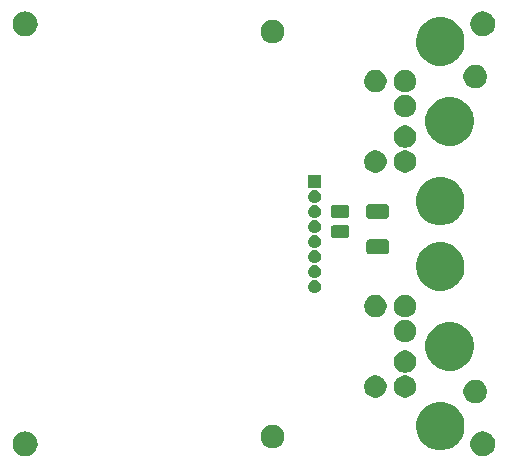
<source format=gbs>
G04 #@! TF.GenerationSoftware,KiCad,Pcbnew,(5.1.2-1)-1*
G04 #@! TF.CreationDate,2019-07-29T22:21:16-04:00*
G04 #@! TF.ProjectId,mouserial-keymouse,6d6f7573-6572-4696-916c-2d6b65796d6f,rev?*
G04 #@! TF.SameCoordinates,Original*
G04 #@! TF.FileFunction,Soldermask,Bot*
G04 #@! TF.FilePolarity,Negative*
%FSLAX46Y46*%
G04 Gerber Fmt 4.6, Leading zero omitted, Abs format (unit mm)*
G04 Created by KiCad (PCBNEW (5.1.2-1)-1) date 2019-07-29 22:21:16*
%MOMM*%
%LPD*%
G04 APERTURE LIST*
%ADD10C,0.100000*%
G04 APERTURE END LIST*
D10*
G36*
X177319248Y-101194295D02*
G01*
X177471510Y-101224582D01*
X177662742Y-101303793D01*
X177834841Y-101418786D01*
X177981214Y-101565159D01*
X178096207Y-101737258D01*
X178175418Y-101928490D01*
X178197063Y-102037307D01*
X178215800Y-102131505D01*
X178215800Y-102338495D01*
X178205704Y-102389248D01*
X178175418Y-102541510D01*
X178096207Y-102732742D01*
X177981214Y-102904841D01*
X177834841Y-103051214D01*
X177662742Y-103166207D01*
X177471510Y-103245418D01*
X177319248Y-103275704D01*
X177268495Y-103285800D01*
X177061505Y-103285800D01*
X177010752Y-103275704D01*
X176858490Y-103245418D01*
X176667258Y-103166207D01*
X176495159Y-103051214D01*
X176348786Y-102904841D01*
X176233793Y-102732742D01*
X176154582Y-102541510D01*
X176124296Y-102389248D01*
X176114200Y-102338495D01*
X176114200Y-102131505D01*
X176132937Y-102037307D01*
X176154582Y-101928490D01*
X176233793Y-101737258D01*
X176348786Y-101565159D01*
X176495159Y-101418786D01*
X176667258Y-101303793D01*
X176858490Y-101224582D01*
X177010752Y-101194296D01*
X177061505Y-101184200D01*
X177268495Y-101184200D01*
X177319248Y-101194295D01*
X177319248Y-101194295D01*
G37*
G36*
X138584248Y-101194295D02*
G01*
X138736510Y-101224582D01*
X138927742Y-101303793D01*
X139099841Y-101418786D01*
X139246214Y-101565159D01*
X139361207Y-101737258D01*
X139440418Y-101928490D01*
X139462063Y-102037307D01*
X139480800Y-102131505D01*
X139480800Y-102338495D01*
X139470704Y-102389248D01*
X139440418Y-102541510D01*
X139361207Y-102732742D01*
X139246214Y-102904841D01*
X139099841Y-103051214D01*
X138927742Y-103166207D01*
X138736510Y-103245418D01*
X138584248Y-103275704D01*
X138533495Y-103285800D01*
X138326505Y-103285800D01*
X138275752Y-103275704D01*
X138123490Y-103245418D01*
X137932258Y-103166207D01*
X137760159Y-103051214D01*
X137613786Y-102904841D01*
X137498793Y-102732742D01*
X137419582Y-102541510D01*
X137389296Y-102389248D01*
X137379200Y-102338495D01*
X137379200Y-102131505D01*
X137397937Y-102037307D01*
X137419582Y-101928490D01*
X137498793Y-101737258D01*
X137613786Y-101565159D01*
X137760159Y-101418786D01*
X137932258Y-101303793D01*
X138123490Y-101224582D01*
X138275752Y-101194296D01*
X138326505Y-101184200D01*
X138533495Y-101184200D01*
X138584248Y-101194295D01*
X138584248Y-101194295D01*
G37*
G36*
X174179196Y-98758011D02*
G01*
X174179198Y-98758012D01*
X174179199Y-98758012D01*
X174552415Y-98912603D01*
X174552418Y-98912605D01*
X174888309Y-99137040D01*
X175173960Y-99422691D01*
X175173961Y-99422693D01*
X175398397Y-99758585D01*
X175552988Y-100131801D01*
X175552989Y-100131804D01*
X175631800Y-100528014D01*
X175631800Y-100931986D01*
X175581632Y-101184200D01*
X175552988Y-101328199D01*
X175398397Y-101701415D01*
X175398395Y-101701418D01*
X175173960Y-102037309D01*
X174888309Y-102322960D01*
X174865059Y-102338495D01*
X174552415Y-102547397D01*
X174179199Y-102701988D01*
X174179198Y-102701988D01*
X174179196Y-102701989D01*
X173782986Y-102780800D01*
X173379014Y-102780800D01*
X172982804Y-102701989D01*
X172982802Y-102701988D01*
X172982801Y-102701988D01*
X172609585Y-102547397D01*
X172296941Y-102338495D01*
X172273691Y-102322960D01*
X171988040Y-102037309D01*
X171763605Y-101701418D01*
X171763603Y-101701415D01*
X171609012Y-101328199D01*
X171580369Y-101184200D01*
X171530200Y-100931986D01*
X171530200Y-100528014D01*
X171609011Y-100131804D01*
X171609012Y-100131801D01*
X171763603Y-99758585D01*
X171988039Y-99422693D01*
X171988040Y-99422691D01*
X172273691Y-99137040D01*
X172609582Y-98912605D01*
X172609585Y-98912603D01*
X172982801Y-98758012D01*
X172982802Y-98758012D01*
X172982804Y-98758011D01*
X173379014Y-98679200D01*
X173782986Y-98679200D01*
X174179196Y-98758011D01*
X174179196Y-98758011D01*
G37*
G36*
X159676692Y-100638429D02*
G01*
X159858679Y-100713811D01*
X160022458Y-100823245D01*
X160022460Y-100823247D01*
X160022463Y-100823249D01*
X160161751Y-100962537D01*
X160161753Y-100962540D01*
X160161755Y-100962542D01*
X160271189Y-101126321D01*
X160346571Y-101308308D01*
X160385000Y-101501509D01*
X160385000Y-101698491D01*
X160346571Y-101891692D01*
X160271189Y-102073679D01*
X160161755Y-102237458D01*
X160161753Y-102237460D01*
X160161751Y-102237463D01*
X160022463Y-102376751D01*
X160022460Y-102376753D01*
X160022458Y-102376755D01*
X159858679Y-102486189D01*
X159676692Y-102561571D01*
X159483491Y-102600000D01*
X159286509Y-102600000D01*
X159093308Y-102561571D01*
X158911321Y-102486189D01*
X158747542Y-102376755D01*
X158747540Y-102376753D01*
X158747537Y-102376751D01*
X158608249Y-102237463D01*
X158608247Y-102237460D01*
X158608245Y-102237458D01*
X158498811Y-102073679D01*
X158423429Y-101891692D01*
X158385000Y-101698491D01*
X158385000Y-101501509D01*
X158423429Y-101308308D01*
X158498811Y-101126321D01*
X158608245Y-100962542D01*
X158608247Y-100962540D01*
X158608249Y-100962537D01*
X158747537Y-100823249D01*
X158747540Y-100823247D01*
X158747542Y-100823245D01*
X158911321Y-100713811D01*
X159093308Y-100638429D01*
X159286509Y-100600000D01*
X159483491Y-100600000D01*
X159676692Y-100638429D01*
X159676692Y-100638429D01*
G37*
G36*
X176821692Y-96828429D02*
G01*
X177003679Y-96903811D01*
X177167458Y-97013245D01*
X177167460Y-97013247D01*
X177167463Y-97013249D01*
X177306751Y-97152537D01*
X177306753Y-97152540D01*
X177306755Y-97152542D01*
X177416189Y-97316321D01*
X177491571Y-97498308D01*
X177530000Y-97691509D01*
X177530000Y-97888491D01*
X177491571Y-98081692D01*
X177416189Y-98263679D01*
X177306755Y-98427458D01*
X177306753Y-98427460D01*
X177306751Y-98427463D01*
X177167463Y-98566751D01*
X177167460Y-98566753D01*
X177167458Y-98566755D01*
X177003679Y-98676189D01*
X176821692Y-98751571D01*
X176628491Y-98790000D01*
X176431509Y-98790000D01*
X176238308Y-98751571D01*
X176056321Y-98676189D01*
X175892542Y-98566755D01*
X175892540Y-98566753D01*
X175892537Y-98566751D01*
X175753249Y-98427463D01*
X175753247Y-98427460D01*
X175753245Y-98427458D01*
X175643811Y-98263679D01*
X175568429Y-98081692D01*
X175530000Y-97888491D01*
X175530000Y-97691509D01*
X175568429Y-97498308D01*
X175643811Y-97316321D01*
X175753245Y-97152542D01*
X175753247Y-97152540D01*
X175753249Y-97152537D01*
X175892537Y-97013249D01*
X175892540Y-97013247D01*
X175892542Y-97013245D01*
X176056321Y-96903811D01*
X176238308Y-96828429D01*
X176431509Y-96790000D01*
X176628491Y-96790000D01*
X176821692Y-96828429D01*
X176821692Y-96828429D01*
G37*
G36*
X170858338Y-96465738D02*
G01*
X170858340Y-96465739D01*
X170858341Y-96465739D01*
X171031370Y-96537410D01*
X171031373Y-96537412D01*
X171187100Y-96641465D01*
X171319535Y-96773900D01*
X171355970Y-96828429D01*
X171423590Y-96929630D01*
X171458224Y-97013245D01*
X171495262Y-97102662D01*
X171531800Y-97286354D01*
X171531800Y-97473646D01*
X171526895Y-97498308D01*
X171495261Y-97657341D01*
X171423590Y-97830370D01*
X171423588Y-97830373D01*
X171319535Y-97986100D01*
X171187100Y-98118535D01*
X171031373Y-98222588D01*
X171031370Y-98222590D01*
X170858341Y-98294261D01*
X170858340Y-98294261D01*
X170858338Y-98294262D01*
X170674646Y-98330800D01*
X170487354Y-98330800D01*
X170303662Y-98294262D01*
X170303660Y-98294261D01*
X170303659Y-98294261D01*
X170130630Y-98222590D01*
X170130627Y-98222588D01*
X169974900Y-98118535D01*
X169842465Y-97986100D01*
X169738412Y-97830373D01*
X169738410Y-97830370D01*
X169666739Y-97657341D01*
X169635106Y-97498308D01*
X169630200Y-97473646D01*
X169630200Y-97286354D01*
X169666738Y-97102662D01*
X169703776Y-97013245D01*
X169738410Y-96929630D01*
X169806030Y-96828429D01*
X169842465Y-96773900D01*
X169974900Y-96641465D01*
X170130627Y-96537412D01*
X170130630Y-96537410D01*
X170303659Y-96465739D01*
X170303660Y-96465739D01*
X170303662Y-96465738D01*
X170487354Y-96429200D01*
X170674646Y-96429200D01*
X170858338Y-96465738D01*
X170858338Y-96465738D01*
G37*
G36*
X168358338Y-96465738D02*
G01*
X168358340Y-96465739D01*
X168358341Y-96465739D01*
X168531370Y-96537410D01*
X168531373Y-96537412D01*
X168687100Y-96641465D01*
X168819535Y-96773900D01*
X168855970Y-96828429D01*
X168923590Y-96929630D01*
X168958224Y-97013245D01*
X168995262Y-97102662D01*
X169031800Y-97286354D01*
X169031800Y-97473646D01*
X169026895Y-97498308D01*
X168995261Y-97657341D01*
X168923590Y-97830370D01*
X168923588Y-97830373D01*
X168819535Y-97986100D01*
X168687100Y-98118535D01*
X168531373Y-98222588D01*
X168531370Y-98222590D01*
X168358341Y-98294261D01*
X168358340Y-98294261D01*
X168358338Y-98294262D01*
X168174646Y-98330800D01*
X167987354Y-98330800D01*
X167803662Y-98294262D01*
X167803660Y-98294261D01*
X167803659Y-98294261D01*
X167630630Y-98222590D01*
X167630627Y-98222588D01*
X167474900Y-98118535D01*
X167342465Y-97986100D01*
X167238412Y-97830373D01*
X167238410Y-97830370D01*
X167166739Y-97657341D01*
X167135106Y-97498308D01*
X167130200Y-97473646D01*
X167130200Y-97286354D01*
X167166738Y-97102662D01*
X167203776Y-97013245D01*
X167238410Y-96929630D01*
X167306030Y-96828429D01*
X167342465Y-96773900D01*
X167474900Y-96641465D01*
X167630627Y-96537412D01*
X167630630Y-96537410D01*
X167803659Y-96465739D01*
X167803660Y-96465739D01*
X167803662Y-96465738D01*
X167987354Y-96429200D01*
X168174646Y-96429200D01*
X168358338Y-96465738D01*
X168358338Y-96465738D01*
G37*
G36*
X170858338Y-94365738D02*
G01*
X170858340Y-94365739D01*
X170858341Y-94365739D01*
X171031370Y-94437410D01*
X171031373Y-94437412D01*
X171187100Y-94541465D01*
X171319535Y-94673900D01*
X171319536Y-94673902D01*
X171423590Y-94829630D01*
X171495261Y-95002659D01*
X171531800Y-95186355D01*
X171531800Y-95373645D01*
X171495261Y-95557341D01*
X171423590Y-95730370D01*
X171423588Y-95730373D01*
X171319535Y-95886100D01*
X171187100Y-96018535D01*
X171168744Y-96030800D01*
X171031370Y-96122590D01*
X170858341Y-96194261D01*
X170858340Y-96194261D01*
X170858338Y-96194262D01*
X170674646Y-96230800D01*
X170487354Y-96230800D01*
X170303662Y-96194262D01*
X170303660Y-96194261D01*
X170303659Y-96194261D01*
X170130630Y-96122590D01*
X169993256Y-96030800D01*
X169974900Y-96018535D01*
X169842465Y-95886100D01*
X169738412Y-95730373D01*
X169738410Y-95730370D01*
X169666739Y-95557341D01*
X169630200Y-95373645D01*
X169630200Y-95186355D01*
X169666739Y-95002659D01*
X169738410Y-94829630D01*
X169842464Y-94673902D01*
X169842465Y-94673900D01*
X169974900Y-94541465D01*
X170130627Y-94437412D01*
X170130630Y-94437410D01*
X170303659Y-94365739D01*
X170303660Y-94365739D01*
X170303662Y-94365738D01*
X170487354Y-94329200D01*
X170674646Y-94329200D01*
X170858338Y-94365738D01*
X170858338Y-94365738D01*
G37*
G36*
X174979196Y-92008011D02*
G01*
X174979198Y-92008012D01*
X174979199Y-92008012D01*
X175352415Y-92162603D01*
X175352418Y-92162605D01*
X175688309Y-92387040D01*
X175973960Y-92672691D01*
X175973961Y-92672693D01*
X176198397Y-93008585D01*
X176313347Y-93286100D01*
X176352989Y-93381804D01*
X176431800Y-93778014D01*
X176431800Y-94181986D01*
X176380993Y-94437412D01*
X176352988Y-94578199D01*
X176198397Y-94951415D01*
X176198395Y-94951418D01*
X175973960Y-95287309D01*
X175688309Y-95572960D01*
X175352418Y-95797395D01*
X175352415Y-95797397D01*
X174979199Y-95951988D01*
X174979198Y-95951988D01*
X174979196Y-95951989D01*
X174582986Y-96030800D01*
X174179014Y-96030800D01*
X173782804Y-95951989D01*
X173782802Y-95951988D01*
X173782801Y-95951988D01*
X173409585Y-95797397D01*
X173409582Y-95797395D01*
X173073691Y-95572960D01*
X172788040Y-95287309D01*
X172563605Y-94951418D01*
X172563603Y-94951415D01*
X172409012Y-94578199D01*
X172381008Y-94437412D01*
X172330200Y-94181986D01*
X172330200Y-93778014D01*
X172409011Y-93381804D01*
X172448653Y-93286100D01*
X172563603Y-93008585D01*
X172788039Y-92672693D01*
X172788040Y-92672691D01*
X173073691Y-92387040D01*
X173409582Y-92162605D01*
X173409585Y-92162603D01*
X173782801Y-92008012D01*
X173782802Y-92008012D01*
X173782804Y-92008011D01*
X174179014Y-91929200D01*
X174582986Y-91929200D01*
X174979196Y-92008011D01*
X174979196Y-92008011D01*
G37*
G36*
X170858338Y-91765738D02*
G01*
X170858340Y-91765739D01*
X170858341Y-91765739D01*
X171031370Y-91837410D01*
X171031373Y-91837412D01*
X171187100Y-91941465D01*
X171319535Y-92073900D01*
X171423588Y-92229627D01*
X171423590Y-92229630D01*
X171495261Y-92402659D01*
X171531800Y-92586355D01*
X171531800Y-92773645D01*
X171495261Y-92957341D01*
X171423590Y-93130370D01*
X171423588Y-93130373D01*
X171319535Y-93286100D01*
X171187100Y-93418535D01*
X171031373Y-93522588D01*
X171031370Y-93522590D01*
X170858341Y-93594261D01*
X170858340Y-93594261D01*
X170858338Y-93594262D01*
X170674646Y-93630800D01*
X170487354Y-93630800D01*
X170303662Y-93594262D01*
X170303660Y-93594261D01*
X170303659Y-93594261D01*
X170130630Y-93522590D01*
X170130627Y-93522588D01*
X169974900Y-93418535D01*
X169842465Y-93286100D01*
X169738412Y-93130373D01*
X169738410Y-93130370D01*
X169666739Y-92957341D01*
X169630200Y-92773645D01*
X169630200Y-92586355D01*
X169666739Y-92402659D01*
X169738410Y-92229630D01*
X169738412Y-92229627D01*
X169842465Y-92073900D01*
X169974900Y-91941465D01*
X170130627Y-91837412D01*
X170130630Y-91837410D01*
X170303659Y-91765739D01*
X170303660Y-91765739D01*
X170303662Y-91765738D01*
X170487354Y-91729200D01*
X170674646Y-91729200D01*
X170858338Y-91765738D01*
X170858338Y-91765738D01*
G37*
G36*
X170858338Y-89665738D02*
G01*
X170858340Y-89665739D01*
X170858341Y-89665739D01*
X171031370Y-89737410D01*
X171031373Y-89737412D01*
X171187100Y-89841465D01*
X171319535Y-89973900D01*
X171319536Y-89973902D01*
X171423590Y-90129630D01*
X171495261Y-90302659D01*
X171531800Y-90486355D01*
X171531800Y-90673645D01*
X171495261Y-90857341D01*
X171423590Y-91030370D01*
X171423588Y-91030373D01*
X171319535Y-91186100D01*
X171187100Y-91318535D01*
X171031373Y-91422588D01*
X171031370Y-91422590D01*
X170858341Y-91494261D01*
X170858340Y-91494261D01*
X170858338Y-91494262D01*
X170674646Y-91530800D01*
X170487354Y-91530800D01*
X170303662Y-91494262D01*
X170303660Y-91494261D01*
X170303659Y-91494261D01*
X170130630Y-91422590D01*
X170130627Y-91422588D01*
X169974900Y-91318535D01*
X169842465Y-91186100D01*
X169738412Y-91030373D01*
X169738410Y-91030370D01*
X169666739Y-90857341D01*
X169630200Y-90673645D01*
X169630200Y-90486355D01*
X169666739Y-90302659D01*
X169738410Y-90129630D01*
X169842464Y-89973902D01*
X169842465Y-89973900D01*
X169974900Y-89841465D01*
X170130627Y-89737412D01*
X170130630Y-89737410D01*
X170303659Y-89665739D01*
X170303660Y-89665739D01*
X170303662Y-89665738D01*
X170487354Y-89629200D01*
X170674646Y-89629200D01*
X170858338Y-89665738D01*
X170858338Y-89665738D01*
G37*
G36*
X168358338Y-89665738D02*
G01*
X168358340Y-89665739D01*
X168358341Y-89665739D01*
X168531370Y-89737410D01*
X168531373Y-89737412D01*
X168687100Y-89841465D01*
X168819535Y-89973900D01*
X168819536Y-89973902D01*
X168923590Y-90129630D01*
X168995261Y-90302659D01*
X169031800Y-90486355D01*
X169031800Y-90673645D01*
X168995261Y-90857341D01*
X168923590Y-91030370D01*
X168923588Y-91030373D01*
X168819535Y-91186100D01*
X168687100Y-91318535D01*
X168531373Y-91422588D01*
X168531370Y-91422590D01*
X168358341Y-91494261D01*
X168358340Y-91494261D01*
X168358338Y-91494262D01*
X168174646Y-91530800D01*
X167987354Y-91530800D01*
X167803662Y-91494262D01*
X167803660Y-91494261D01*
X167803659Y-91494261D01*
X167630630Y-91422590D01*
X167630627Y-91422588D01*
X167474900Y-91318535D01*
X167342465Y-91186100D01*
X167238412Y-91030373D01*
X167238410Y-91030370D01*
X167166739Y-90857341D01*
X167130200Y-90673645D01*
X167130200Y-90486355D01*
X167166739Y-90302659D01*
X167238410Y-90129630D01*
X167342464Y-89973902D01*
X167342465Y-89973900D01*
X167474900Y-89841465D01*
X167630627Y-89737412D01*
X167630630Y-89737410D01*
X167803659Y-89665739D01*
X167803660Y-89665739D01*
X167803662Y-89665738D01*
X167987354Y-89629200D01*
X168174646Y-89629200D01*
X168358338Y-89665738D01*
X168358338Y-89665738D01*
G37*
G36*
X162988287Y-88351192D02*
G01*
X163048976Y-88357170D01*
X163152802Y-88388665D01*
X163248489Y-88439811D01*
X163332359Y-88508641D01*
X163401189Y-88592511D01*
X163452335Y-88688198D01*
X163483830Y-88792024D01*
X163494465Y-88900000D01*
X163483830Y-89007976D01*
X163452335Y-89111802D01*
X163401189Y-89207489D01*
X163332359Y-89291359D01*
X163248489Y-89360189D01*
X163152802Y-89411335D01*
X163048976Y-89442830D01*
X162988287Y-89448807D01*
X162968058Y-89450800D01*
X162913942Y-89450800D01*
X162893713Y-89448807D01*
X162833024Y-89442830D01*
X162729198Y-89411335D01*
X162633511Y-89360189D01*
X162549641Y-89291359D01*
X162480811Y-89207489D01*
X162429665Y-89111802D01*
X162398170Y-89007976D01*
X162387535Y-88900000D01*
X162398170Y-88792024D01*
X162429665Y-88688198D01*
X162480811Y-88592511D01*
X162549641Y-88508641D01*
X162633511Y-88439811D01*
X162729198Y-88388665D01*
X162833024Y-88357170D01*
X162893713Y-88351192D01*
X162913942Y-88349200D01*
X162968058Y-88349200D01*
X162988287Y-88351192D01*
X162988287Y-88351192D01*
G37*
G36*
X174179196Y-85258011D02*
G01*
X174179198Y-85258012D01*
X174179199Y-85258012D01*
X174552415Y-85412603D01*
X174552418Y-85412605D01*
X174888309Y-85637040D01*
X175173960Y-85922691D01*
X175344661Y-86178163D01*
X175398397Y-86258585D01*
X175528136Y-86571804D01*
X175552989Y-86631804D01*
X175631800Y-87028014D01*
X175631800Y-87431986D01*
X175592413Y-87630000D01*
X175552988Y-87828199D01*
X175398397Y-88201415D01*
X175398395Y-88201418D01*
X175173960Y-88537309D01*
X174888309Y-88822960D01*
X174773010Y-88900000D01*
X174552415Y-89047397D01*
X174179199Y-89201988D01*
X174179198Y-89201988D01*
X174179196Y-89201989D01*
X173782986Y-89280800D01*
X173379014Y-89280800D01*
X172982804Y-89201989D01*
X172982802Y-89201988D01*
X172982801Y-89201988D01*
X172609585Y-89047397D01*
X172388990Y-88900000D01*
X172273691Y-88822960D01*
X171988040Y-88537309D01*
X171763605Y-88201418D01*
X171763603Y-88201415D01*
X171609012Y-87828199D01*
X171569588Y-87630000D01*
X171530200Y-87431986D01*
X171530200Y-87028014D01*
X171609011Y-86631804D01*
X171633864Y-86571804D01*
X171763603Y-86258585D01*
X171817339Y-86178163D01*
X171988040Y-85922691D01*
X172273691Y-85637040D01*
X172609582Y-85412605D01*
X172609585Y-85412603D01*
X172982801Y-85258012D01*
X172982802Y-85258012D01*
X172982804Y-85258011D01*
X173379014Y-85179200D01*
X173782986Y-85179200D01*
X174179196Y-85258011D01*
X174179196Y-85258011D01*
G37*
G36*
X162988287Y-87081192D02*
G01*
X163048976Y-87087170D01*
X163152802Y-87118665D01*
X163248489Y-87169811D01*
X163332359Y-87238641D01*
X163401189Y-87322511D01*
X163452335Y-87418198D01*
X163483830Y-87522024D01*
X163494465Y-87630000D01*
X163483830Y-87737976D01*
X163452335Y-87841802D01*
X163401189Y-87937489D01*
X163332359Y-88021359D01*
X163248489Y-88090189D01*
X163152802Y-88141335D01*
X163048976Y-88172830D01*
X162988287Y-88178808D01*
X162968058Y-88180800D01*
X162913942Y-88180800D01*
X162893713Y-88178808D01*
X162833024Y-88172830D01*
X162729198Y-88141335D01*
X162633511Y-88090189D01*
X162549641Y-88021359D01*
X162480811Y-87937489D01*
X162429665Y-87841802D01*
X162398170Y-87737976D01*
X162387535Y-87630000D01*
X162398170Y-87522024D01*
X162429665Y-87418198D01*
X162480811Y-87322511D01*
X162549641Y-87238641D01*
X162633511Y-87169811D01*
X162729198Y-87118665D01*
X162833024Y-87087170D01*
X162893713Y-87081192D01*
X162913942Y-87079200D01*
X162968058Y-87079200D01*
X162988287Y-87081192D01*
X162988287Y-87081192D01*
G37*
G36*
X162988287Y-85811193D02*
G01*
X163048976Y-85817170D01*
X163152802Y-85848665D01*
X163248489Y-85899811D01*
X163332359Y-85968641D01*
X163401189Y-86052511D01*
X163452335Y-86148198D01*
X163483830Y-86252024D01*
X163494465Y-86360000D01*
X163483830Y-86467976D01*
X163452335Y-86571802D01*
X163401189Y-86667489D01*
X163332359Y-86751359D01*
X163248489Y-86820189D01*
X163152802Y-86871335D01*
X163048976Y-86902830D01*
X162988287Y-86908808D01*
X162968058Y-86910800D01*
X162913942Y-86910800D01*
X162893713Y-86908808D01*
X162833024Y-86902830D01*
X162729198Y-86871335D01*
X162633511Y-86820189D01*
X162549641Y-86751359D01*
X162480811Y-86667489D01*
X162429665Y-86571802D01*
X162398170Y-86467976D01*
X162387535Y-86360000D01*
X162398170Y-86252024D01*
X162429665Y-86148198D01*
X162480811Y-86052511D01*
X162549641Y-85968641D01*
X162633511Y-85899811D01*
X162729198Y-85848665D01*
X162833024Y-85817170D01*
X162893713Y-85811193D01*
X162913942Y-85809200D01*
X162968058Y-85809200D01*
X162988287Y-85811193D01*
X162988287Y-85811193D01*
G37*
G36*
X168989377Y-84905144D02*
G01*
X169044409Y-84921837D01*
X169095120Y-84948943D01*
X169139574Y-84985426D01*
X169176057Y-85029880D01*
X169203163Y-85080591D01*
X169219856Y-85135623D01*
X169225800Y-85195967D01*
X169225800Y-85904033D01*
X169219856Y-85964377D01*
X169203163Y-86019409D01*
X169176057Y-86070120D01*
X169139574Y-86114574D01*
X169095120Y-86151057D01*
X169044409Y-86178163D01*
X168989377Y-86194856D01*
X168929033Y-86200800D01*
X167620967Y-86200800D01*
X167560623Y-86194856D01*
X167505591Y-86178163D01*
X167454880Y-86151057D01*
X167410426Y-86114574D01*
X167373943Y-86070120D01*
X167346837Y-86019409D01*
X167330144Y-85964377D01*
X167324200Y-85904033D01*
X167324200Y-85195967D01*
X167330144Y-85135623D01*
X167346837Y-85080591D01*
X167373943Y-85029880D01*
X167410426Y-84985426D01*
X167454880Y-84948943D01*
X167505591Y-84921837D01*
X167560623Y-84905144D01*
X167620967Y-84899200D01*
X168929033Y-84899200D01*
X168989377Y-84905144D01*
X168989377Y-84905144D01*
G37*
G36*
X162988287Y-84541193D02*
G01*
X163048976Y-84547170D01*
X163152802Y-84578665D01*
X163248489Y-84629811D01*
X163332359Y-84698641D01*
X163401189Y-84782511D01*
X163452335Y-84878198D01*
X163483830Y-84982024D01*
X163494465Y-85090000D01*
X163483830Y-85197976D01*
X163452335Y-85301802D01*
X163401189Y-85397489D01*
X163332359Y-85481359D01*
X163248489Y-85550189D01*
X163152802Y-85601335D01*
X163048976Y-85632830D01*
X162988287Y-85638808D01*
X162968058Y-85640800D01*
X162913942Y-85640800D01*
X162893713Y-85638808D01*
X162833024Y-85632830D01*
X162729198Y-85601335D01*
X162633511Y-85550189D01*
X162549641Y-85481359D01*
X162480811Y-85397489D01*
X162429665Y-85301802D01*
X162398170Y-85197976D01*
X162387535Y-85090000D01*
X162398170Y-84982024D01*
X162429665Y-84878198D01*
X162480811Y-84782511D01*
X162549641Y-84698641D01*
X162633511Y-84629811D01*
X162729198Y-84578665D01*
X162833024Y-84547170D01*
X162893713Y-84541193D01*
X162913942Y-84539200D01*
X162968058Y-84539200D01*
X162988287Y-84541193D01*
X162988287Y-84541193D01*
G37*
G36*
X165644559Y-83679423D02*
G01*
X165692559Y-83693983D01*
X165736786Y-83717624D01*
X165775558Y-83749442D01*
X165807376Y-83788214D01*
X165831017Y-83832441D01*
X165845577Y-83880441D01*
X165850800Y-83933467D01*
X165850800Y-84566533D01*
X165845577Y-84619559D01*
X165831017Y-84667559D01*
X165807376Y-84711786D01*
X165775558Y-84750558D01*
X165736786Y-84782376D01*
X165692559Y-84806017D01*
X165644559Y-84820577D01*
X165591533Y-84825800D01*
X164608467Y-84825800D01*
X164555441Y-84820577D01*
X164507441Y-84806017D01*
X164463214Y-84782376D01*
X164424442Y-84750558D01*
X164392624Y-84711786D01*
X164368983Y-84667559D01*
X164354423Y-84619559D01*
X164349200Y-84566533D01*
X164349200Y-83933467D01*
X164354423Y-83880441D01*
X164368983Y-83832441D01*
X164392624Y-83788214D01*
X164424442Y-83749442D01*
X164463214Y-83717624D01*
X164507441Y-83693983D01*
X164555441Y-83679423D01*
X164608467Y-83674200D01*
X165591533Y-83674200D01*
X165644559Y-83679423D01*
X165644559Y-83679423D01*
G37*
G36*
X162988287Y-83271192D02*
G01*
X163048976Y-83277170D01*
X163152802Y-83308665D01*
X163248489Y-83359811D01*
X163332359Y-83428641D01*
X163401189Y-83512511D01*
X163452335Y-83608198D01*
X163483830Y-83712024D01*
X163494465Y-83820000D01*
X163483830Y-83927976D01*
X163452335Y-84031802D01*
X163401189Y-84127489D01*
X163332359Y-84211359D01*
X163248489Y-84280189D01*
X163152802Y-84331335D01*
X163048976Y-84362830D01*
X162988287Y-84368807D01*
X162968058Y-84370800D01*
X162913942Y-84370800D01*
X162893713Y-84368807D01*
X162833024Y-84362830D01*
X162729198Y-84331335D01*
X162633511Y-84280189D01*
X162549641Y-84211359D01*
X162480811Y-84127489D01*
X162429665Y-84031802D01*
X162398170Y-83927976D01*
X162387535Y-83820000D01*
X162398170Y-83712024D01*
X162429665Y-83608198D01*
X162480811Y-83512511D01*
X162549641Y-83428641D01*
X162633511Y-83359811D01*
X162729198Y-83308665D01*
X162833024Y-83277170D01*
X162893713Y-83271192D01*
X162913942Y-83269200D01*
X162968058Y-83269200D01*
X162988287Y-83271192D01*
X162988287Y-83271192D01*
G37*
G36*
X174179196Y-79708011D02*
G01*
X174179198Y-79708012D01*
X174179199Y-79708012D01*
X174552415Y-79862603D01*
X174552418Y-79862605D01*
X174888309Y-80087040D01*
X175173960Y-80372691D01*
X175173961Y-80372693D01*
X175398397Y-80708585D01*
X175547353Y-81068198D01*
X175552989Y-81081804D01*
X175631800Y-81478014D01*
X175631800Y-81881986D01*
X175556191Y-82262100D01*
X175552988Y-82278199D01*
X175398397Y-82651415D01*
X175398395Y-82651418D01*
X175173960Y-82987309D01*
X174888309Y-83272960D01*
X174758327Y-83359811D01*
X174552415Y-83497397D01*
X174179199Y-83651988D01*
X174179198Y-83651988D01*
X174179196Y-83651989D01*
X173782986Y-83730800D01*
X173379014Y-83730800D01*
X172982804Y-83651989D01*
X172982802Y-83651988D01*
X172982801Y-83651988D01*
X172609585Y-83497397D01*
X172403673Y-83359811D01*
X172273691Y-83272960D01*
X171988040Y-82987309D01*
X171763605Y-82651418D01*
X171763603Y-82651415D01*
X171609012Y-82278199D01*
X171605810Y-82262100D01*
X171530200Y-81881986D01*
X171530200Y-81478014D01*
X171609011Y-81081804D01*
X171614647Y-81068198D01*
X171763603Y-80708585D01*
X171988039Y-80372693D01*
X171988040Y-80372691D01*
X172273691Y-80087040D01*
X172609582Y-79862605D01*
X172609585Y-79862603D01*
X172982801Y-79708012D01*
X172982802Y-79708012D01*
X172982804Y-79708011D01*
X173379014Y-79629200D01*
X173782986Y-79629200D01*
X174179196Y-79708011D01*
X174179196Y-79708011D01*
G37*
G36*
X168989377Y-81905144D02*
G01*
X169044409Y-81921837D01*
X169095120Y-81948943D01*
X169139574Y-81985426D01*
X169176057Y-82029880D01*
X169203163Y-82080591D01*
X169219856Y-82135623D01*
X169225800Y-82195967D01*
X169225800Y-82904033D01*
X169219856Y-82964377D01*
X169203163Y-83019409D01*
X169176057Y-83070120D01*
X169139574Y-83114574D01*
X169095120Y-83151057D01*
X169044409Y-83178163D01*
X168989377Y-83194856D01*
X168929033Y-83200800D01*
X167620967Y-83200800D01*
X167560623Y-83194856D01*
X167505591Y-83178163D01*
X167454880Y-83151057D01*
X167410426Y-83114574D01*
X167373943Y-83070120D01*
X167346837Y-83019409D01*
X167330144Y-82964377D01*
X167324200Y-82904033D01*
X167324200Y-82195967D01*
X167330144Y-82135623D01*
X167346837Y-82080591D01*
X167373943Y-82029880D01*
X167410426Y-81985426D01*
X167454880Y-81948943D01*
X167505591Y-81921837D01*
X167560623Y-81905144D01*
X167620967Y-81899200D01*
X168929033Y-81899200D01*
X168989377Y-81905144D01*
X168989377Y-81905144D01*
G37*
G36*
X165644559Y-81979423D02*
G01*
X165692559Y-81993983D01*
X165736786Y-82017624D01*
X165775558Y-82049442D01*
X165807376Y-82088214D01*
X165831017Y-82132441D01*
X165845577Y-82180441D01*
X165850800Y-82233467D01*
X165850800Y-82866533D01*
X165845577Y-82919559D01*
X165831017Y-82967559D01*
X165807376Y-83011786D01*
X165775558Y-83050558D01*
X165736786Y-83082376D01*
X165692559Y-83106017D01*
X165644559Y-83120577D01*
X165591533Y-83125800D01*
X164608467Y-83125800D01*
X164555441Y-83120577D01*
X164507441Y-83106017D01*
X164463214Y-83082376D01*
X164424442Y-83050558D01*
X164392624Y-83011786D01*
X164368983Y-82967559D01*
X164354423Y-82919559D01*
X164349200Y-82866533D01*
X164349200Y-82233467D01*
X164354423Y-82180441D01*
X164368983Y-82132441D01*
X164392624Y-82088214D01*
X164424442Y-82049442D01*
X164463214Y-82017624D01*
X164507441Y-81993983D01*
X164555441Y-81979423D01*
X164608467Y-81974200D01*
X165591533Y-81974200D01*
X165644559Y-81979423D01*
X165644559Y-81979423D01*
G37*
G36*
X162988287Y-82001192D02*
G01*
X163048976Y-82007170D01*
X163152802Y-82038665D01*
X163248489Y-82089811D01*
X163332359Y-82158641D01*
X163401189Y-82242511D01*
X163452335Y-82338198D01*
X163483830Y-82442024D01*
X163494465Y-82550000D01*
X163483830Y-82657976D01*
X163452335Y-82761802D01*
X163401189Y-82857489D01*
X163332359Y-82941359D01*
X163248489Y-83010189D01*
X163152802Y-83061335D01*
X163048976Y-83092830D01*
X162988287Y-83098807D01*
X162968058Y-83100800D01*
X162913942Y-83100800D01*
X162893713Y-83098807D01*
X162833024Y-83092830D01*
X162729198Y-83061335D01*
X162633511Y-83010189D01*
X162549641Y-82941359D01*
X162480811Y-82857489D01*
X162429665Y-82761802D01*
X162398170Y-82657976D01*
X162387535Y-82550000D01*
X162398170Y-82442024D01*
X162429665Y-82338198D01*
X162480811Y-82242511D01*
X162549641Y-82158641D01*
X162633511Y-82089811D01*
X162729198Y-82038665D01*
X162833024Y-82007170D01*
X162893713Y-82001192D01*
X162913942Y-81999200D01*
X162968058Y-81999200D01*
X162988287Y-82001192D01*
X162988287Y-82001192D01*
G37*
G36*
X162988287Y-80731193D02*
G01*
X163048976Y-80737170D01*
X163152802Y-80768665D01*
X163248489Y-80819811D01*
X163332359Y-80888641D01*
X163401189Y-80972511D01*
X163452335Y-81068198D01*
X163483830Y-81172024D01*
X163494465Y-81280000D01*
X163483830Y-81387976D01*
X163452335Y-81491802D01*
X163401189Y-81587489D01*
X163332359Y-81671359D01*
X163248489Y-81740189D01*
X163152802Y-81791335D01*
X163048976Y-81822830D01*
X162988287Y-81828808D01*
X162968058Y-81830800D01*
X162913942Y-81830800D01*
X162893713Y-81828808D01*
X162833024Y-81822830D01*
X162729198Y-81791335D01*
X162633511Y-81740189D01*
X162549641Y-81671359D01*
X162480811Y-81587489D01*
X162429665Y-81491802D01*
X162398170Y-81387976D01*
X162387535Y-81280000D01*
X162398170Y-81172024D01*
X162429665Y-81068198D01*
X162480811Y-80972511D01*
X162549641Y-80888641D01*
X162633511Y-80819811D01*
X162729198Y-80768665D01*
X162833024Y-80737170D01*
X162893713Y-80731193D01*
X162913942Y-80729200D01*
X162968058Y-80729200D01*
X162988287Y-80731193D01*
X162988287Y-80731193D01*
G37*
G36*
X163491800Y-80560800D02*
G01*
X162390200Y-80560800D01*
X162390200Y-79459200D01*
X163491800Y-79459200D01*
X163491800Y-80560800D01*
X163491800Y-80560800D01*
G37*
G36*
X168358338Y-77415738D02*
G01*
X168358340Y-77415739D01*
X168358341Y-77415739D01*
X168531370Y-77487410D01*
X168531373Y-77487412D01*
X168687100Y-77591465D01*
X168819535Y-77723900D01*
X168819536Y-77723902D01*
X168923590Y-77879630D01*
X168995261Y-78052659D01*
X169031800Y-78236355D01*
X169031800Y-78423645D01*
X168995261Y-78607341D01*
X168923590Y-78780370D01*
X168923588Y-78780373D01*
X168819535Y-78936100D01*
X168687100Y-79068535D01*
X168531373Y-79172588D01*
X168531370Y-79172590D01*
X168358341Y-79244261D01*
X168358340Y-79244261D01*
X168358338Y-79244262D01*
X168174646Y-79280800D01*
X167987354Y-79280800D01*
X167803662Y-79244262D01*
X167803660Y-79244261D01*
X167803659Y-79244261D01*
X167630630Y-79172590D01*
X167630627Y-79172588D01*
X167474900Y-79068535D01*
X167342465Y-78936100D01*
X167238412Y-78780373D01*
X167238410Y-78780370D01*
X167166739Y-78607341D01*
X167130200Y-78423645D01*
X167130200Y-78236355D01*
X167166739Y-78052659D01*
X167238410Y-77879630D01*
X167342464Y-77723902D01*
X167342465Y-77723900D01*
X167474900Y-77591465D01*
X167630627Y-77487412D01*
X167630630Y-77487410D01*
X167803659Y-77415739D01*
X167803660Y-77415739D01*
X167803662Y-77415738D01*
X167987354Y-77379200D01*
X168174646Y-77379200D01*
X168358338Y-77415738D01*
X168358338Y-77415738D01*
G37*
G36*
X170858338Y-77415738D02*
G01*
X170858340Y-77415739D01*
X170858341Y-77415739D01*
X171031370Y-77487410D01*
X171031373Y-77487412D01*
X171187100Y-77591465D01*
X171319535Y-77723900D01*
X171319536Y-77723902D01*
X171423590Y-77879630D01*
X171495261Y-78052659D01*
X171531800Y-78236355D01*
X171531800Y-78423645D01*
X171495261Y-78607341D01*
X171423590Y-78780370D01*
X171423588Y-78780373D01*
X171319535Y-78936100D01*
X171187100Y-79068535D01*
X171031373Y-79172588D01*
X171031370Y-79172590D01*
X170858341Y-79244261D01*
X170858340Y-79244261D01*
X170858338Y-79244262D01*
X170674646Y-79280800D01*
X170487354Y-79280800D01*
X170303662Y-79244262D01*
X170303660Y-79244261D01*
X170303659Y-79244261D01*
X170130630Y-79172590D01*
X170130627Y-79172588D01*
X169974900Y-79068535D01*
X169842465Y-78936100D01*
X169738412Y-78780373D01*
X169738410Y-78780370D01*
X169666739Y-78607341D01*
X169630200Y-78423645D01*
X169630200Y-78236355D01*
X169666739Y-78052659D01*
X169738410Y-77879630D01*
X169842464Y-77723902D01*
X169842465Y-77723900D01*
X169974900Y-77591465D01*
X170130627Y-77487412D01*
X170130630Y-77487410D01*
X170303659Y-77415739D01*
X170303660Y-77415739D01*
X170303662Y-77415738D01*
X170487354Y-77379200D01*
X170674646Y-77379200D01*
X170858338Y-77415738D01*
X170858338Y-77415738D01*
G37*
G36*
X170858338Y-75315738D02*
G01*
X170858340Y-75315739D01*
X170858341Y-75315739D01*
X171031370Y-75387410D01*
X171031373Y-75387412D01*
X171187100Y-75491465D01*
X171319535Y-75623900D01*
X171319536Y-75623902D01*
X171423590Y-75779630D01*
X171495261Y-75952659D01*
X171531800Y-76136355D01*
X171531800Y-76323645D01*
X171495261Y-76507341D01*
X171423590Y-76680370D01*
X171423588Y-76680373D01*
X171319535Y-76836100D01*
X171187100Y-76968535D01*
X171168744Y-76980800D01*
X171031370Y-77072590D01*
X170858341Y-77144261D01*
X170858340Y-77144261D01*
X170858338Y-77144262D01*
X170674646Y-77180800D01*
X170487354Y-77180800D01*
X170303662Y-77144262D01*
X170303660Y-77144261D01*
X170303659Y-77144261D01*
X170130630Y-77072590D01*
X169993256Y-76980800D01*
X169974900Y-76968535D01*
X169842465Y-76836100D01*
X169738412Y-76680373D01*
X169738410Y-76680370D01*
X169666739Y-76507341D01*
X169630200Y-76323645D01*
X169630200Y-76136355D01*
X169666739Y-75952659D01*
X169738410Y-75779630D01*
X169842464Y-75623902D01*
X169842465Y-75623900D01*
X169974900Y-75491465D01*
X170130627Y-75387412D01*
X170130630Y-75387410D01*
X170303659Y-75315739D01*
X170303660Y-75315739D01*
X170303662Y-75315738D01*
X170487354Y-75279200D01*
X170674646Y-75279200D01*
X170858338Y-75315738D01*
X170858338Y-75315738D01*
G37*
G36*
X174979196Y-72958011D02*
G01*
X174979198Y-72958012D01*
X174979199Y-72958012D01*
X175352415Y-73112603D01*
X175352418Y-73112605D01*
X175688309Y-73337040D01*
X175973960Y-73622691D01*
X175973961Y-73622693D01*
X176198397Y-73958585D01*
X176313347Y-74236100D01*
X176352989Y-74331804D01*
X176431800Y-74728014D01*
X176431800Y-75131986D01*
X176380993Y-75387412D01*
X176352988Y-75528199D01*
X176198397Y-75901415D01*
X176198395Y-75901418D01*
X175973960Y-76237309D01*
X175688309Y-76522960D01*
X175352418Y-76747395D01*
X175352415Y-76747397D01*
X174979199Y-76901988D01*
X174979198Y-76901988D01*
X174979196Y-76901989D01*
X174582986Y-76980800D01*
X174179014Y-76980800D01*
X173782804Y-76901989D01*
X173782802Y-76901988D01*
X173782801Y-76901988D01*
X173409585Y-76747397D01*
X173409582Y-76747395D01*
X173073691Y-76522960D01*
X172788040Y-76237309D01*
X172563605Y-75901418D01*
X172563603Y-75901415D01*
X172409012Y-75528199D01*
X172381008Y-75387412D01*
X172330200Y-75131986D01*
X172330200Y-74728014D01*
X172409011Y-74331804D01*
X172448653Y-74236100D01*
X172563603Y-73958585D01*
X172788039Y-73622693D01*
X172788040Y-73622691D01*
X173073691Y-73337040D01*
X173409582Y-73112605D01*
X173409585Y-73112603D01*
X173782801Y-72958012D01*
X173782802Y-72958012D01*
X173782804Y-72958011D01*
X174179014Y-72879200D01*
X174582986Y-72879200D01*
X174979196Y-72958011D01*
X174979196Y-72958011D01*
G37*
G36*
X170858338Y-72715738D02*
G01*
X170858340Y-72715739D01*
X170858341Y-72715739D01*
X171031370Y-72787410D01*
X171031373Y-72787412D01*
X171187100Y-72891465D01*
X171319535Y-73023900D01*
X171423588Y-73179627D01*
X171423590Y-73179630D01*
X171495261Y-73352659D01*
X171531800Y-73536355D01*
X171531800Y-73723645D01*
X171495261Y-73907341D01*
X171423590Y-74080370D01*
X171423588Y-74080373D01*
X171319535Y-74236100D01*
X171187100Y-74368535D01*
X171031373Y-74472588D01*
X171031370Y-74472590D01*
X170858341Y-74544261D01*
X170858340Y-74544261D01*
X170858338Y-74544262D01*
X170674646Y-74580800D01*
X170487354Y-74580800D01*
X170303662Y-74544262D01*
X170303660Y-74544261D01*
X170303659Y-74544261D01*
X170130630Y-74472590D01*
X170130627Y-74472588D01*
X169974900Y-74368535D01*
X169842465Y-74236100D01*
X169738412Y-74080373D01*
X169738410Y-74080370D01*
X169666739Y-73907341D01*
X169630200Y-73723645D01*
X169630200Y-73536355D01*
X169666739Y-73352659D01*
X169738410Y-73179630D01*
X169738412Y-73179627D01*
X169842465Y-73023900D01*
X169974900Y-72891465D01*
X170130627Y-72787412D01*
X170130630Y-72787410D01*
X170303659Y-72715739D01*
X170303660Y-72715739D01*
X170303662Y-72715738D01*
X170487354Y-72679200D01*
X170674646Y-72679200D01*
X170858338Y-72715738D01*
X170858338Y-72715738D01*
G37*
G36*
X168358338Y-70615738D02*
G01*
X168358340Y-70615739D01*
X168358341Y-70615739D01*
X168531370Y-70687410D01*
X168531373Y-70687412D01*
X168687100Y-70791465D01*
X168819535Y-70923900D01*
X168819536Y-70923902D01*
X168923590Y-71079630D01*
X168981108Y-71218491D01*
X168995262Y-71252662D01*
X169031800Y-71436354D01*
X169031800Y-71623646D01*
X169005183Y-71757463D01*
X168995261Y-71807341D01*
X168923590Y-71980370D01*
X168923588Y-71980373D01*
X168819535Y-72136100D01*
X168687100Y-72268535D01*
X168531373Y-72372588D01*
X168531370Y-72372590D01*
X168358341Y-72444261D01*
X168358340Y-72444261D01*
X168358338Y-72444262D01*
X168174646Y-72480800D01*
X167987354Y-72480800D01*
X167803662Y-72444262D01*
X167803660Y-72444261D01*
X167803659Y-72444261D01*
X167630630Y-72372590D01*
X167630627Y-72372588D01*
X167474900Y-72268535D01*
X167342465Y-72136100D01*
X167238412Y-71980373D01*
X167238410Y-71980370D01*
X167166739Y-71807341D01*
X167156818Y-71757463D01*
X167130200Y-71623646D01*
X167130200Y-71436354D01*
X167166738Y-71252662D01*
X167180892Y-71218491D01*
X167238410Y-71079630D01*
X167342464Y-70923902D01*
X167342465Y-70923900D01*
X167474900Y-70791465D01*
X167630627Y-70687412D01*
X167630630Y-70687410D01*
X167803659Y-70615739D01*
X167803660Y-70615739D01*
X167803662Y-70615738D01*
X167987354Y-70579200D01*
X168174646Y-70579200D01*
X168358338Y-70615738D01*
X168358338Y-70615738D01*
G37*
G36*
X170858338Y-70615738D02*
G01*
X170858340Y-70615739D01*
X170858341Y-70615739D01*
X171031370Y-70687410D01*
X171031373Y-70687412D01*
X171187100Y-70791465D01*
X171319535Y-70923900D01*
X171319536Y-70923902D01*
X171423590Y-71079630D01*
X171481108Y-71218491D01*
X171495262Y-71252662D01*
X171531800Y-71436354D01*
X171531800Y-71623646D01*
X171505183Y-71757463D01*
X171495261Y-71807341D01*
X171423590Y-71980370D01*
X171423588Y-71980373D01*
X171319535Y-72136100D01*
X171187100Y-72268535D01*
X171031373Y-72372588D01*
X171031370Y-72372590D01*
X170858341Y-72444261D01*
X170858340Y-72444261D01*
X170858338Y-72444262D01*
X170674646Y-72480800D01*
X170487354Y-72480800D01*
X170303662Y-72444262D01*
X170303660Y-72444261D01*
X170303659Y-72444261D01*
X170130630Y-72372590D01*
X170130627Y-72372588D01*
X169974900Y-72268535D01*
X169842465Y-72136100D01*
X169738412Y-71980373D01*
X169738410Y-71980370D01*
X169666739Y-71807341D01*
X169656818Y-71757463D01*
X169630200Y-71623646D01*
X169630200Y-71436354D01*
X169666738Y-71252662D01*
X169680892Y-71218491D01*
X169738410Y-71079630D01*
X169842464Y-70923902D01*
X169842465Y-70923900D01*
X169974900Y-70791465D01*
X170130627Y-70687412D01*
X170130630Y-70687410D01*
X170303659Y-70615739D01*
X170303660Y-70615739D01*
X170303662Y-70615738D01*
X170487354Y-70579200D01*
X170674646Y-70579200D01*
X170858338Y-70615738D01*
X170858338Y-70615738D01*
G37*
G36*
X176821692Y-70158429D02*
G01*
X177003679Y-70233811D01*
X177167458Y-70343245D01*
X177167460Y-70343247D01*
X177167463Y-70343249D01*
X177306751Y-70482537D01*
X177306753Y-70482540D01*
X177306755Y-70482542D01*
X177416189Y-70646321D01*
X177491571Y-70828308D01*
X177530000Y-71021509D01*
X177530000Y-71218491D01*
X177491571Y-71411692D01*
X177416189Y-71593679D01*
X177306755Y-71757458D01*
X177306753Y-71757460D01*
X177306751Y-71757463D01*
X177167463Y-71896751D01*
X177167460Y-71896753D01*
X177167458Y-71896755D01*
X177003679Y-72006189D01*
X176821692Y-72081571D01*
X176628491Y-72120000D01*
X176431509Y-72120000D01*
X176238308Y-72081571D01*
X176056321Y-72006189D01*
X175892542Y-71896755D01*
X175892540Y-71896753D01*
X175892537Y-71896751D01*
X175753249Y-71757463D01*
X175753247Y-71757460D01*
X175753245Y-71757458D01*
X175643811Y-71593679D01*
X175568429Y-71411692D01*
X175530000Y-71218491D01*
X175530000Y-71021509D01*
X175568429Y-70828308D01*
X175643811Y-70646321D01*
X175753245Y-70482542D01*
X175753247Y-70482540D01*
X175753249Y-70482537D01*
X175892537Y-70343249D01*
X175892540Y-70343247D01*
X175892542Y-70343245D01*
X176056321Y-70233811D01*
X176238308Y-70158429D01*
X176431509Y-70120000D01*
X176628491Y-70120000D01*
X176821692Y-70158429D01*
X176821692Y-70158429D01*
G37*
G36*
X174179196Y-66208011D02*
G01*
X174179198Y-66208012D01*
X174179199Y-66208012D01*
X174552415Y-66362603D01*
X174552418Y-66362605D01*
X174888309Y-66587040D01*
X175173960Y-66872691D01*
X175173961Y-66872693D01*
X175398397Y-67208585D01*
X175552988Y-67581801D01*
X175552989Y-67581804D01*
X175593144Y-67783678D01*
X175631800Y-67978015D01*
X175631800Y-68381985D01*
X175552988Y-68778199D01*
X175398397Y-69151415D01*
X175398395Y-69151418D01*
X175173960Y-69487309D01*
X174888309Y-69772960D01*
X174552418Y-69997395D01*
X174552415Y-69997397D01*
X174179199Y-70151988D01*
X174179198Y-70151988D01*
X174179196Y-70151989D01*
X173782986Y-70230800D01*
X173379014Y-70230800D01*
X172982804Y-70151989D01*
X172982802Y-70151988D01*
X172982801Y-70151988D01*
X172609585Y-69997397D01*
X172609582Y-69997395D01*
X172273691Y-69772960D01*
X171988040Y-69487309D01*
X171763605Y-69151418D01*
X171763603Y-69151415D01*
X171609012Y-68778199D01*
X171530200Y-68381985D01*
X171530200Y-67978015D01*
X171568856Y-67783678D01*
X171609011Y-67581804D01*
X171609012Y-67581801D01*
X171763603Y-67208585D01*
X171988039Y-66872693D01*
X171988040Y-66872691D01*
X172273691Y-66587040D01*
X172609582Y-66362605D01*
X172609585Y-66362603D01*
X172982801Y-66208012D01*
X172982802Y-66208012D01*
X172982804Y-66208011D01*
X173379014Y-66129200D01*
X173782986Y-66129200D01*
X174179196Y-66208011D01*
X174179196Y-66208011D01*
G37*
G36*
X159676692Y-66348429D02*
G01*
X159858679Y-66423811D01*
X160022458Y-66533245D01*
X160022460Y-66533247D01*
X160022463Y-66533249D01*
X160161751Y-66672537D01*
X160161753Y-66672540D01*
X160161755Y-66672542D01*
X160271189Y-66836321D01*
X160346571Y-67018308D01*
X160385000Y-67211509D01*
X160385000Y-67408491D01*
X160346571Y-67601692D01*
X160271189Y-67783679D01*
X160161755Y-67947458D01*
X160161753Y-67947460D01*
X160161751Y-67947463D01*
X160022463Y-68086751D01*
X160022460Y-68086753D01*
X160022458Y-68086755D01*
X159858679Y-68196189D01*
X159676692Y-68271571D01*
X159483491Y-68310000D01*
X159286509Y-68310000D01*
X159093308Y-68271571D01*
X158911321Y-68196189D01*
X158747542Y-68086755D01*
X158747540Y-68086753D01*
X158747537Y-68086751D01*
X158608249Y-67947463D01*
X158608247Y-67947460D01*
X158608245Y-67947458D01*
X158498811Y-67783679D01*
X158423429Y-67601692D01*
X158385000Y-67408491D01*
X158385000Y-67211509D01*
X158423429Y-67018308D01*
X158498811Y-66836321D01*
X158608245Y-66672542D01*
X158608247Y-66672540D01*
X158608249Y-66672537D01*
X158747537Y-66533249D01*
X158747540Y-66533247D01*
X158747542Y-66533245D01*
X158911321Y-66423811D01*
X159093308Y-66348429D01*
X159286509Y-66310000D01*
X159483491Y-66310000D01*
X159676692Y-66348429D01*
X159676692Y-66348429D01*
G37*
G36*
X138584248Y-65634295D02*
G01*
X138736510Y-65664582D01*
X138927742Y-65743793D01*
X139099841Y-65858786D01*
X139246214Y-66005159D01*
X139361207Y-66177258D01*
X139440418Y-66368490D01*
X139451422Y-66423811D01*
X139473190Y-66533245D01*
X139480800Y-66571506D01*
X139480800Y-66778494D01*
X139440418Y-66981510D01*
X139361207Y-67172742D01*
X139246214Y-67344841D01*
X139099841Y-67491214D01*
X138927742Y-67606207D01*
X138736510Y-67685418D01*
X138584248Y-67715704D01*
X138533495Y-67725800D01*
X138326505Y-67725800D01*
X138275752Y-67715704D01*
X138123490Y-67685418D01*
X137932258Y-67606207D01*
X137760159Y-67491214D01*
X137613786Y-67344841D01*
X137498793Y-67172742D01*
X137419582Y-66981510D01*
X137379200Y-66778494D01*
X137379200Y-66571506D01*
X137386811Y-66533245D01*
X137408578Y-66423811D01*
X137419582Y-66368490D01*
X137498793Y-66177258D01*
X137613786Y-66005159D01*
X137760159Y-65858786D01*
X137932258Y-65743793D01*
X138123490Y-65664582D01*
X138275752Y-65634295D01*
X138326505Y-65624200D01*
X138533495Y-65624200D01*
X138584248Y-65634295D01*
X138584248Y-65634295D01*
G37*
G36*
X177319248Y-65634295D02*
G01*
X177471510Y-65664582D01*
X177662742Y-65743793D01*
X177834841Y-65858786D01*
X177981214Y-66005159D01*
X178096207Y-66177258D01*
X178175418Y-66368490D01*
X178186422Y-66423811D01*
X178208190Y-66533245D01*
X178215800Y-66571506D01*
X178215800Y-66778494D01*
X178175418Y-66981510D01*
X178096207Y-67172742D01*
X177981214Y-67344841D01*
X177834841Y-67491214D01*
X177662742Y-67606207D01*
X177471510Y-67685418D01*
X177319248Y-67715704D01*
X177268495Y-67725800D01*
X177061505Y-67725800D01*
X177010752Y-67715704D01*
X176858490Y-67685418D01*
X176667258Y-67606207D01*
X176495159Y-67491214D01*
X176348786Y-67344841D01*
X176233793Y-67172742D01*
X176154582Y-66981510D01*
X176114200Y-66778494D01*
X176114200Y-66571506D01*
X176121811Y-66533245D01*
X176143578Y-66423811D01*
X176154582Y-66368490D01*
X176233793Y-66177258D01*
X176348786Y-66005159D01*
X176495159Y-65858786D01*
X176667258Y-65743793D01*
X176858490Y-65664582D01*
X177010752Y-65634295D01*
X177061505Y-65624200D01*
X177268495Y-65624200D01*
X177319248Y-65634295D01*
X177319248Y-65634295D01*
G37*
M02*

</source>
